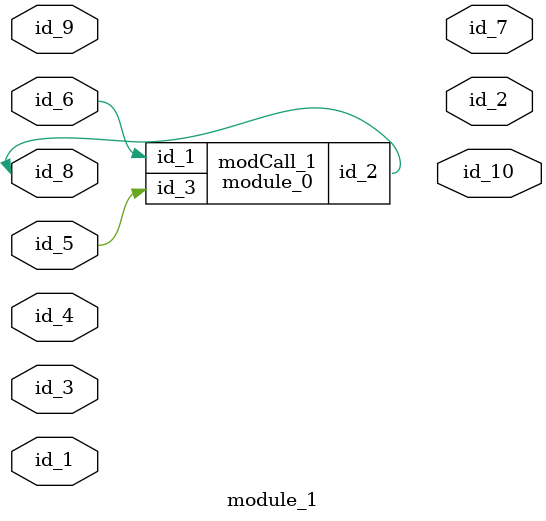
<source format=v>
module module_0 (
    id_1,
    id_2,
    id_3
);
  input wire id_3;
  inout tri id_2;
  input wire id_1;
  assign id_2 = -1;
  assign id_2 = id_3;
endmodule
module module_1 (
    id_1,
    id_2,
    id_3,
    id_4,
    id_5,
    id_6,
    id_7,
    id_8,
    id_9,
    id_10
);
  output wire id_10;
  inout wire id_9;
  inout wire id_8;
  output wire id_7;
  input wire id_6;
  inout wire id_5;
  input wire id_4;
  module_0 modCall_1 (
      id_6,
      id_8,
      id_5
  );
  inout wire id_3;
  output wire id_2;
  input wire id_1;
  wire id_11;
endmodule

</source>
